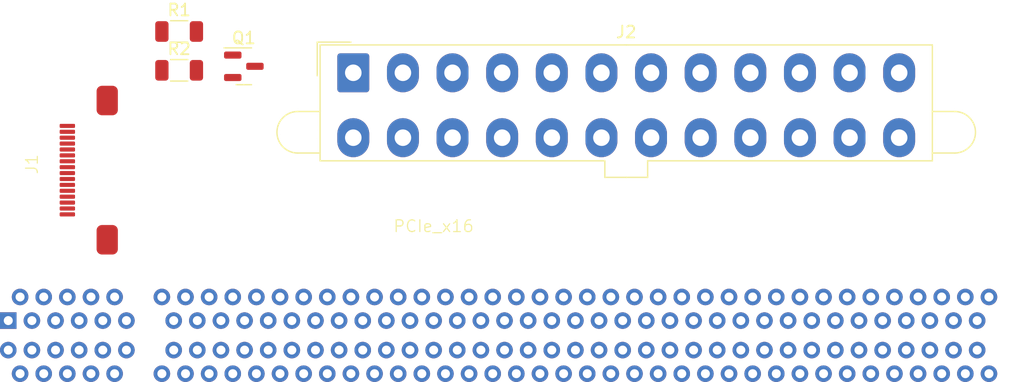
<source format=kicad_pcb>
(kicad_pcb (version 20221018) (generator pcbnew)
  (layers (0 "F.Cu" signal) (31 "B.Cu" signal) (34 "B.Paste" user) (35 "F.Paste" user) (36 "B.SilkS" user "B.Silkscreen") (37 "F.SilkS" user "F.Silkscreen") (38 "B.Mask" user) (39 "F.Mask" user) (44 "Edge.Cuts" user))
  (net 0 "")
  (net 3 "GND")
  (net 4 "Net-(J1-Pin_4)")
  (net 5 "Net-(J1-Pin_5)")
  (net 6 "Net-(J1-Pin_7)")
  (net 7 "Net-(J1-Pin_8)")
  (net 8 "Net-(J1-Pin_10)")
  (net 9 "Net-(J1-Pin_11)")
  (net 10 "Net-(J1-Pin_13)")
  (net 11 "Net-(J1-Pin_14)")
  (net 12 "Net-(J1-Pin_15)")
  (net 13 "+3.3V")
  (net 17 "+12V")
  (net 19 "Net-(J2-PS_ON#)")
  (net 21 "Net-(Q1-B)")
  (net 24 "Net-(J1-Pin_16)")
  (footprint "Connector_Molex:Molex_Mini-Fit_Jr_5566-24A2_2x12_P4.20mm_Vertical" (layer "F.Cu") (at 151.2 53.5)
    (fp_text reference "J2" (at 23.1 -3.45) (layer "F.SilkS"))
    (fp_text value "ATX-24")
    (fp_line (start -4.7 3.28) (end -2.81 3.28) (stroke (width 0.12)) (layer "F.SilkS"))
    (fp_line (start -4.7 6.8) (end -2.81 6.8) (stroke (width 0.12)) (layer "F.SilkS"))
    (fp_line (start -3.05 -2.6) (end -3.05 0.25) (stroke (width 0.12)) (layer "F.SilkS"))
    (fp_line (start -2.81 -2.36) (end -2.81 7.46) (stroke (width 0.12)) (layer "F.SilkS"))
    (fp_line (start -2.81 7.46) (end 21.29 7.46) (stroke (width 0.12)) (layer "F.SilkS"))
    (fp_line (start -0.2 -2.6) (end -3.05 -2.6) (stroke (width 0.12)) (layer "F.SilkS"))
    (fp_line (start 21.29 7.46) (end 21.29 8.86) (stroke (width 0.12)) (layer "F.SilkS"))
    (fp_line (start 21.29 8.86) (end 23.1 8.86) (stroke (width 0.12)) (layer "F.SilkS"))
    (fp_line (start 23.1 -2.36) (end -2.81 -2.36) (stroke (width 0.12)) (layer "F.SilkS"))
    (fp_line (start 23.1 -2.36) (end 49.01 -2.36) (stroke (width 0.12)) (layer "F.SilkS"))
    (fp_line (start 24.91 7.46) (end 24.91 8.86) (stroke (width 0.12)) (layer "F.SilkS"))
    (fp_line (start 24.91 8.86) (end 23.1 8.86) (stroke (width 0.12)) (layer "F.SilkS"))
    (fp_line (start 49.01 -2.36) (end 49.01 7.46) (stroke (width 0.12)) (layer "F.SilkS"))
    (fp_line (start 49.01 7.46) (end 24.91 7.46) (stroke (width 0.12)) (layer "F.SilkS"))
    (fp_line (start 50.9 3.28) (end 49.01 3.28) (stroke (width 0.12)) (layer "F.SilkS"))
    (fp_line (start 50.9 6.8) (end 49.01 6.8) (stroke (width 0.12)) (layer "F.SilkS"))
    (fp_arc (start -4.7 6.8) (mid -6.46 5.04) (end -4.7 3.28) (stroke (width 0.12)) (layer "F.SilkS"))
    (fp_arc (start 50.9 3.28) (mid 52.66 5.04) (end 50.9 6.8) (stroke (width 0.12)) (layer "F.SilkS"))
    (pad "" np_thru_hole circle (at -4.7 5.04) (size 3 3) (drill 3) (layers "*.Cu" "*.Mask"))
    (pad "" np_thru_hole circle (at 50.9 5.04) (size 3 3) (drill 3) (layers "*.Cu" "*.Mask"))
    (pad "1" thru_hole roundrect (at 0 0) (size 2.7 3.3) (drill 1.4) (layers "*.Cu" "*.Mask") (roundrect_rratio 0.092593) (net 13 "+3.3V"))
    (pad "2" thru_hole oval (at 4.2 0) (size 2.7 3.3) (drill 1.4) (layers "*.Cu" "*.Mask") (net 13 "+3.3V"))
    (pad "3" thru_hole oval (at 8.4 0) (size 2.7 3.3) (drill 1.4) (layers "*.Cu" "*.Mask") (net 3 "GND"))
    (pad "4" thru_hole oval (at 12.6 0) (size 2.7 3.3) (drill 1.4) (layers "*.Cu" "*.Mask"))
    (pad "5" thru_hole oval (at 16.8 0) (size 2.7 3.3) (drill 1.4) (layers "*.Cu" "*.Mask") (net 3 "GND"))
    (pad "6" thru_hole oval (at 21 0) (size 2.7 3.3) (drill 1.4) (layers "*.Cu" "*.Mask"))
    (pad "7" thru_hole oval (at 25.2 0) (size 2.7 3.3) (drill 1.4) (layers "*.Cu" "*.Mask") (net 3 "GND"))
    (pad "8" thru_hole oval (at 29.4 0) (size 2.7 3.3) (drill 1.4) (layers "*.Cu" "*.Mask"))
    (pad "9" thru_hole oval (at 33.6 0) (size 2.7 3.3) (drill 1.4) (layers "*.Cu" "*.Mask"))
    (pad "10" thru_hole oval (at 37.8 0) (size 2.7 3.3) (drill 1.4) (layers "*.Cu" "*.Mask") (net 17 "+12V"))
    (pad "11" thru_hole oval (at 42 0) (size 2.7 3.3) (drill 1.4) (layers "*.Cu" "*.Mask") (net 17 "+12V"))
    (pad "12" thru_hole oval (at 46.2 0) (size 2.7 3.3) (drill 1.4) (layers "*.Cu" "*.Mask") (net 13 "+3.3V"))
    (pad "13" thru_hole oval (at 0 5.5) (size 2.7 3.3) (drill 1.4) (layers "*.Cu" "*.Mask") (net 13 "+3.3V"))
    (pad "14" thru_hole oval (at 4.2 5.5) (size 2.7 3.3) (drill 1.4) (layers "*.Cu" "*.Mask"))
    (pad "15" thru_hole oval (at 8.4 5.5) (size 2.7 3.3) (drill 1.4) (layers "*.Cu" "*.Mask") (net 3 "GND"))
    (pad "16" thru_hole oval (at 12.6 5.5) (size 2.7 3.3) (drill 1.4) (layers "*.Cu" "*.Mask") (net 19 "Net-(J2-PS_ON#)"))
    (pad "17" thru_hole oval (at 16.8 5.5) (size 2.7 3.3) (drill 1.4) (layers "*.Cu" "*.Mask") (net 3 "GND"))
    (pad "18" thru_hole oval (at 21 5.5) (size 2.7 3.3) (drill 1.4) (layers "*.Cu" "*.Mask") (net 3 "GND"))
    (pad "19" thru_hole oval (at 25.2 5.5) (size 2.7 3.3) (drill 1.4) (layers "*.Cu" "*.Mask") (net 3 "GND"))
    (pad "20" thru_hole oval (at 29.4 5.5) (size 2.7 3.3) (drill 1.4) (layers "*.Cu" "*.Mask"))
    (pad "21" thru_hole oval (at 33.6 5.5) (size 2.7 3.3) (drill 1.4) (layers "*.Cu" "*.Mask"))
    (pad "22" thru_hole oval (at 37.8 5.5) (size 2.7 3.3) (drill 1.4) (layers "*.Cu" "*.Mask"))
    (pad "23" thru_hole oval (at 42 5.5) (size 2.7 3.3) (drill 1.4) (layers "*.Cu" "*.Mask"))
    (pad "24" thru_hole oval (at 46.2 5.5) (size 2.7 3.3) (drill 1.4) (layers "*.Cu" "*.Mask") (net 3 "GND"))
  )
  (footprint "Resistor_SMD:R_1206_3216Metric" (layer "F.Cu") (at 136.4625 50)
    (fp_text reference "R1" (at 0 -1.82) (layer "F.SilkS"))
    (fp_text value "4.7k")
    (fp_line (start -0.727064 -0.91) (end 0.727064 -0.91) (stroke (width 0.12)) (layer "F.SilkS"))
    (fp_line (start -0.727064 0.91) (end 0.727064 0.91) (stroke (width 0.12)) (layer "F.SilkS"))
    (pad "1" smd roundrect (at -1.4625 0) (size 1.125 1.75) (layers "F.Cu" "F.Paste" "F.Mask") (roundrect_rratio 0.222222) (net 10 "Net-(J1-Pin_13)"))
    (pad "2" smd roundrect (at 1.4625 0) (size 1.125 1.75) (layers "F.Cu" "F.Paste" "F.Mask") (roundrect_rratio 0.222222) (net 21 "Net-(Q1-B)"))
  )
  (footprint "Package_TO_SOT_SMD:SOT-23" (layer "F.Cu") (at 141.9375 52.95)
    (fp_text reference "Q1" (at 0 -2.4) (layer "F.SilkS"))
    (fp_text value "MMBT3904")
    (fp_line (start 0 -1.56) (end -1.675 -1.56) (stroke (width 0.12)) (layer "F.SilkS"))
    (fp_line (start 0 -1.56) (end 0.65 -1.56) (stroke (width 0.12)) (layer "F.SilkS"))
    (fp_line (start 0 1.56) (end -0.65 1.56) (stroke (width 0.12)) (layer "F.SilkS"))
    (fp_line (start 0 1.56) (end 0.65 1.56) (stroke (width 0.12)) (layer "F.SilkS"))
    (pad "1" smd roundrect (at -0.9375 -0.95) (size 1.475 0.6) (layers "F.Cu" "F.Paste" "F.Mask") (net 21 "Net-(Q1-B)"))
    (pad "2" smd roundrect (at -0.9375 0.95) (size 1.475 0.6) (layers "F.Cu" "F.Paste" "F.Mask") (net 3 "GND"))
    (pad "3" smd roundrect (at 0.9375 0) (size 1.475 0.6) (layers "F.Cu" "F.Paste" "F.Mask") (net 19 "Net-(J2-PS_ON#)"))
  )
  (footprint "Resistor_SMD:R_1206_3216Metric" (layer "F.Cu") (at 136.4625 53.29)
    (fp_text reference "R2" (at 0 -1.82) (layer "F.SilkS"))
    (fp_text value "2.2k")
    (fp_line (start -0.727064 -0.91) (end 0.727064 -0.91) (stroke (width 0.12)) (layer "F.SilkS"))
    (fp_line (start -0.727064 0.91) (end 0.727064 0.91) (stroke (width 0.12)) (layer "F.SilkS"))
    (pad "1" smd roundrect (at -1.4625 0) (size 1.125 1.75) (layers "F.Cu" "F.Paste" "F.Mask") (roundrect_rratio 0.222222) (net 13 "+3.3V"))
    (pad "2" smd roundrect (at 1.4625 0) (size 1.125 1.75) (layers "F.Cu" "F.Paste" "F.Mask") (roundrect_rratio 0.222222) (net 11 "Net-(J1-Pin_14)"))
  )
  (footprint "PCIe:PCIe x16" (layer "F.Cu") (at 122 75.75 90)
    (fp_text reference "PCIe_x16" (at 9.25 36 unlocked) (layer "F.SilkS") (effects (font (thickness 0.1))))
    (fp_text value "~")
    (pad "" np_thru_hole circle (at -0.1 11.65 90) (size 2.35 2.35) (drill 2.35) (layers "F&B.Cu" "*.Mask"))
    (pad "" np_thru_hole circle (at 0 84.8 90) (size 2.35 2.35) (drill 2.35) (layers "F&B.Cu" "*.Mask"))
    (pad "A1" thru_hole rect (at 1.25 0 90) (size 1.4 1.4) (drill 0.762) (layers "*.Cu" "*.Mask"))
    (pad "A2" thru_hole circle (at 3.25 1 90) (size 1.4 1.4) (drill 0.762) (layers "*.Cu" "*.Mask") (net 17 "+12V"))
    (pad "A3" thru_hole circle (at 1.25 2 90) (size 1.4 1.4) (drill 0.762) (layers "*.Cu" "*.Mask") (net 17 "+12V"))
    (pad "A4" thru_hole circle (at 3.25 3 90) (size 1.4 1.4) (drill 0.762) (layers "*.Cu" "*.Mask") (net 3 "GND"))
    (pad "A5" thru_hole circle (at 1.25 4 90) (size 1.4 1.4) (drill 0.762) (layers "*.Cu" "*.Mask") (net 13 "+3.3V"))
    (pad "A6" thru_hole circle (at 3.25 5 90) (size 1.4 1.4) (drill 0.762) (layers "*.Cu" "*.Mask") (net 13 "+3.3V"))
    (pad "A7" thru_hole circle (at 1.25 6 90) (size 1.4 1.4) (drill 0.762) (layers "*.Cu" "*.Mask"))
    (pad "A8" thru_hole circle (at 3.25 7 90) (size 1.4 1.4) (drill 0.762) (layers "*.Cu" "*.Mask") (net 13 "+3.3V"))
    (pad "A9" thru_hole circle (at 1.25 8 90) (size 1.4 1.4) (drill 0.762) (layers "*.Cu" "*.Mask") (net 13 "+3.3V"))
    (pad "A10" thru_hole circle (at 3.25 9 90) (size 1.4 1.4) (drill 0.762) (layers "*.Cu" "*.Mask") (net 13 "+3.3V"))
    (pad "A11" thru_hole circle (at 1.25 10 90) (size 1.4 1.4) (drill 0.762) (layers "*.Cu" "*.Mask") (net 24 "Net-(J1-Pin_16)"))
    (pad "A12" thru_hole circle (at 3.25 13 90) (size 1.4 1.4) (drill 0.762) (layers "*.Cu" "*.Mask"))
    (pad "A13" thru_hole circle (at 1.25 14 90) (size 1.4 1.4) (drill 0.762) (layers "*.Cu" "*.Mask") (net 4 "Net-(J1-Pin_4)"))
    (pad "A14" thru_hole circle (at 3.25 15 90) (size 1.4 1.4) (drill 0.762) (layers "*.Cu" "*.Mask") (net 5 "Net-(J1-Pin_5)"))
    (pad "A15" thru_hole circle (at 1.25 16 90) (size 1.4 1.4) (drill 0.762) (layers "*.Cu" "*.Mask") (net 3 "GND"))
    (pad "A16" thru_hole circle (at 3.25 17 90) (size 1.4 1.4) (drill 0.762) (layers "*.Cu" "*.Mask") (net 6 "Net-(J1-Pin_7)"))
    (pad "A17" thru_hole circle (at 1.25 18 90) (size 1.4 1.4) (drill 0.762) (layers "*.Cu" "*.Mask") (net 7 "Net-(J1-Pin_8)"))
    (pad "A18" thru_hole circle (at 3.25 19 90) (size 1.4 1.4) (drill 0.762) (layers "*.Cu" "*.Mask") (net 3 "GND"))
    (pad "A19" thru_hole circle (at 1.25 20 90) (size 1.4 1.4) (drill 0.762) (layers "*.Cu" "*.Mask"))
    (pad "A20" thru_hole circle (at 3.25 21 90) (size 1.4 1.4) (drill 0.762) (layers "*.Cu" "*.Mask") (net 3 "GND"))
    (pad "A21" thru_hole circle (at 1.25 22 90) (size 1.4 1.4) (drill 0.762) (layers "*.Cu" "*.Mask"))
    (pad "A22" thru_hole circle (at 3.25 23 90) (size 1.4 1.4) (drill 0.762) (layers "*.Cu" "*.Mask"))
    (pad "A23" thru_hole circle (at 1.25 24 90) (size 1.4 1.4) (drill 0.762) (layers "*.Cu" "*.Mask") (net 3 "GND"))
    (pad "A24" thru_hole circle (at 3.25 25 90) (size 1.4 1.4) (drill 0.762) (layers "*.Cu" "*.Mask") (net 3 "GND"))
    (pad "A25" thru_hole circle (at 1.25 26 90) (size 1.4 1.4) (drill 0.762) (layers "*.Cu" "*.Mask"))
    (pad "A26" thru_hole circle (at 3.25 27 90) (size 1.4 1.4) (drill 0.762) (layers "*.Cu" "*.Mask"))
    (pad "A27" thru_hole circle (at 1.25 28 90) (size 1.4 1.4) (drill 0.762) (layers "*.Cu" "*.Mask") (net 3 "GND"))
    (pad "A28" thru_hole circle (at 3.25 29 90) (size 1.4 1.4) (drill 0.762) (layers "*.Cu" "*.Mask") (net 3 "GND"))
    (pad "A29" thru_hole circle (at 1.25 30 90) (size 1.4 1.4) (drill 0.762) (layers "*.Cu" "*.Mask"))
    (pad "A30" thru_hole circle (at 3.25 31 90) (size 1.4 1.4) (drill 0.762) (layers "*.Cu" "*.Mask"))
    (pad "A31" thru_hole circle (at 1.25 32 90) (size 1.4 1.4) (drill 0.762) (layers "*.Cu" "*.Mask") (net 3 "GND"))
    (pad "A32" thru_hole circle (at 3.25 33 90) (size 1.4 1.4) (drill 0.762) (layers "*.Cu" "*.Mask"))
    (pad "A33" thru_hole circle (at 1.25 34 90) (size 1.4 1.4) (drill 0.762) (layers "*.Cu" "*.Mask"))
    (pad "A34" thru_hole circle (at 3.25 35 90) (size 1.4 1.4) (drill 0.762) (layers "*.Cu" "*.Mask") (net 3 "GND"))
    (pad "A35" thru_hole circle (at 1.25 36 90) (size 1.4 1.4) (drill 0.762) (layers "*.Cu" "*.Mask"))
    (pad "A36" thru_hole circle (at 3.25 37 90) (size 1.4 1.4) (drill 0.762) (layers "*.Cu" "*.Mask"))
    (pad "A37" thru_hole circle (at 1.25 38 90) (size 1.4 1.4) (drill 0.762) (layers "*.Cu" "*.Mask") (net 3 "GND"))
    (pad "A38" thru_hole circle (at 3.25 39 90) (size 1.4 1.4) (drill 0.762) (layers "*.Cu" "*.Mask") (net 3 "GND"))
    (pad "A39" thru_hole circle (at 1.25 40 90) (size 1.4 1.4) (drill 0.762) (layers "*.Cu" "*.Mask"))
    (pad "A40" thru_hole circle (at 3.25 41 90) (size 1.4 1.4) (drill 0.762) (layers "*.Cu" "*.Mask"))
    (pad "A41" thru_hole circle (at 1.25 42 90) (size 1.4 1.4) (drill 0.762) (layers "*.Cu" "*.Mask") (net 3 "GND"))
    (pad "A42" thru_hole circle (at 3.25 43 90) (size 1.4 1.4) (drill 0.762) (layers "*.Cu" "*.Mask") (net 3 "GND"))
    (pad "A43" thru_hole circle (at 1.25 44 90) (size 1.4 1.4) (drill 0.762) (layers "*.Cu" "*.Mask"))
    (pad "A44" thru_hole circle (at 3.25 45 90) (size 1.4 1.4) (drill 0.762) (layers "*.Cu" "*.Mask"))
    (pad "A45" thru_hole circle (at 1.25 46 90) (size 1.4 1.4) (drill 0.762) (layers "*.Cu" "*.Mask") (net 3 "GND"))
    (pad "A46" thru_hole circle (at 3.25 47 90) (size 1.4 1.4) (drill 0.762) (layers "*.Cu" "*.Mask") (net 3 "GND"))
    (pad "A47" thru_hole circle (at 1.25 48 90) (size 1.4 1.4) (drill 0.762) (layers "*.Cu" "*.Mask"))
    (pad "A48" thru_hole circle (at 3.25 49 90) (size 1.4 1.4) (drill 0.762) (layers "*.Cu" "*.Mask"))
    (pad "A49" thru_hole circle (at 1.25 50 90) (size 1.4 1.4) (drill 0.762) (layers "*.Cu" "*.Mask") (net 3 "GND"))
    (pad "A50" thru_hole circle (at 3.25 51 90) (size 1.4 1.4) (drill 0.762) (layers "*.Cu" "*.Mask"))
    (pad "A51" thru_hole circle (at 1.25 52 90) (size 1.4 1.4) (drill 0.762) (layers "*.Cu" "*.Mask") (net 3 "GND"))
    (pad "A52" thru_hole circle (at 3.25 53 90) (size 1.4 1.4) (drill 0.762) (layers "*.Cu" "*.Mask"))
    (pad "A53" thru_hole circle (at 1.25 54 90) (size 1.4 1.4) (drill 0.762) (layers "*.Cu" "*.Mask"))
    (pad "A54" thru_hole circle (at 3.25 55 90) (size 1.4 1.4) (drill 0.762) (layers "*.Cu" "*.Mask") (net 3 "GND"))
    (pad "A55" thru_hole circle (at 1.25 56 90) (size 1.4 1.4) (drill 0.762) (layers "*.Cu" "*.Mask") (net 3 "GND"))
    (pad "A56" thru_hole circle (at 3.25 57 90) (size 1.4 1.4) (drill 0.762) (layers "*.Cu" "*.Mask"))
    (pad "A57" thru_hole circle (at 1.25 58 90) (size 1.4 1.4) (drill 0.762) (layers "*.Cu" "*.Mask"))
    (pad "A58" thru_hole circle (at 3.25 59 90) (size 1.4 1.4) (drill 0.762) (layers "*.Cu" "*.Mask") (net 3 "GND"))
    (pad "A59" thru_hole circle (at 1.25 60 90) (size 1.4 1.4) (drill 0.762) (layers "*.Cu" "*.Mask") (net 3 "GND"))
    (pad "A60" thru_hole circle (at 3.25 61 90) (size 1.4 1.4) (drill 0.762) (layers "*.Cu" "*.Mask"))
    (pad "A61" thru_hole circle (at 1.25 62 90) (size 1.4 1.4) (drill 0.762) (layers "*.Cu" "*.Mask"))
    (pad "A62" thru_hole circle (at 3.25 63 90) (size 1.4 1.4) (drill 0.762) (layers "*.Cu" "*.Mask") (net 3 "GND"))
    (pad "A63" thru_hole circle (at 1.25 64 90) (size 1.4 1.4) (drill 0.762) (layers "*.Cu" "*.Mask") (net 3 "GND"))
    (pad "A64" thru_hole circle (at 3.25 65 90) (size 1.4 1.4) (drill 0.762) (layers "*.Cu" "*.Mask"))
    (pad "A65" thru_hole circle (at 1.25 66 90) (size 1.4 1.4) (drill 0.762) (layers "*.Cu" "*.Mask"))
    (pad "A66" thru_hole circle (at 3.25 67 90) (size 1.4 1.4) (drill 0.762) (layers "*.Cu" "*.Mask") (net 3 "GND"))
    (pad "A67" thru_hole circle (at 1.25 68 90) (size 1.4 1.4) (drill 0.762) (layers "*.Cu" "*.Mask") (net 3 "GND"))
    (pad "A68" thru_hole circle (at 3.25 69 90) (size 1.4 1.4) (drill 0.762) (layers "*.Cu" "*.Mask"))
    (pad "A69" thru_hole circle (at 1.25 70 90) (size 1.4 1.4) (drill 0.762) (layers "*.Cu" "*.Mask"))
    (pad "A70" thru_hole circle (at 3.25 71 90) (size 1.4 1.4) (drill 0.762) (layers "*.Cu" "*.Mask") (net 3 "GND"))
    (pad "A71" thru_hole circle (at 1.25 72 90) (size 1.4 1.4) (drill 0.762) (layers "*.Cu" "*.Mask") (net 3 "GND"))
    (pad "A72" thru_hole circle (at 3.25 73 90) (size 1.4 1.4) (drill 0.762) (layers "*.Cu" "*.Mask"))
    (pad "A73" thru_hole circle (at 1.25 74 90) (size 1.4 1.4) (drill 0.762) (layers "*.Cu" "*.Mask"))
    (pad "A74" thru_hole circle (at 3.25 75 90) (size 1.4 1.4) (drill 0.762) (layers "*.Cu" "*.Mask") (net 3 "GND"))
    (pad "A75" thru_hole circle (at 1.25 76 90) (size 1.4 1.4) (drill 0.762) (layers "*.Cu" "*.Mask") (net 3 "GND"))
    (pad "A76" thru_hole circle (at 3.25 77 90) (size 1.4 1.4) (drill 0.762) (layers "*.Cu" "*.Mask"))
    (pad "A77" thru_hole circle (at 1.25 78 90) (size 1.4 1.4) (drill 0.762) (layers "*.Cu" "*.Mask"))
    (pad "A78" thru_hole circle (at 3.25 79 90) (size 1.4 1.4) (drill 0.762) (layers "*.Cu" "*.Mask") (net 3 "GND"))
    (pad "A79" thru_hole circle (at 1.25 80 90) (size 1.4 1.4) (drill 0.762) (layers "*.Cu" "*.Mask") (net 3 "GND"))
    (pad "A80" thru_hole circle (at 3.25 81 90) (size 1.4 1.4) (drill 0.762) (layers "*.Cu" "*.Mask"))
    (pad "A81" thru_hole circle (at 1.25 82 90) (size 1.4 1.4) (drill 0.762) (layers "*.Cu" "*.Mask"))
    (pad "A82" thru_hole circle (at 3.25 83 90) (size 1.4 1.4) (drill 0.762) (layers "*.Cu" "*.Mask") (net 3 "GND"))
    (pad "B1" thru_hole circle (at -1.25 0 90) (size 1.4 1.4) (drill 0.762) (layers "*.Cu" "*.Mask") (net 17 "+12V"))
    (pad "B2" thru_hole circle (at -3.25 1 90) (size 1.4 1.4) (drill 0.762) (layers "*.Cu" "*.Mask") (net 17 "+12V"))
    (pad "B3" thru_hole circle (at -1.25 2 90) (size 1.4 1.4) (drill 0.762) (layers "*.Cu" "*.Mask") (net 17 "+12V"))
    (pad "B4" thru_hole circle (at -3.25 3 90) (size 1.4 1.4) (drill 0.762) (layers "*.Cu" "*.Mask") (net 3 "GND"))
    (pad "B5" thru_hole circle (at -1.25 4 90) (size 1.4 1.4) (drill 0.762) (layers "*.Cu" "*.Mask"))
    (pad "B6" thru_hole circle (at -3.25 5 90) (size 1.4 1.4) (drill 0.762) (layers "*.Cu" "*.Mask"))
    (pad "B7" thru_hole circle (at -1.25 6 90) (size 1.4 1.4) (drill 0.762) (layers "*.Cu" "*.Mask") (net 3 "GND"))
    (pad "B8" thru_hole circle (at -3.25 7 90) (size 1.4 1.4) (drill 0.762) (layers "*.Cu" "*.Mask") (net 13 "+3.3V"))
    (pad "B9" thru_hole circle (at -1.25 8 90) (size 1.4 1.4) (drill 0.762) (layers "*.Cu" "*.Mask") (net 13 "+3.3V"))
    (pad "B10" thru_hole circle (at -3.25 9 90) (size 1.4 1.4) (drill 0.762) (layers "*.Cu" "*.Mask") (net 13 "+3.3V"))
    (pad "B11" thru_hole circle (at -1.25 10 90) (size 1.4 1.4) (drill 0.762) (layers "*.Cu" "*.Mask"))
    (pad "B12" thru_hole circle (at -3.25 13 90) (size 1.4 1.4) (drill 0.762) (layers "*.Cu" "*.Mask") (net 12 "Net-(J1-Pin_15)"))
    (pad "B13" thru_hole circle (at -1.25 14 90) (size 1.4 1.4) (drill 0.762) (layers "*.Cu" "*.Mask") (net 3 "GND"))
    (pad "B14" thru_hole circle (at -3.25 15 90) (size 1.4 1.4) (drill 0.762) (layers "*.Cu" "*.Mask") (net 8 "Net-(J1-Pin_10)"))
    (pad "B15" thru_hole circle (at -1.25 16 90) (size 1.4 1.4) (drill 0.762) (layers "*.Cu" "*.Mask") (net 9 "Net-(J1-Pin_11)"))
    (pad "B16" thru_hole circle (at -3.25 17 90) (size 1.4 1.4) (drill 0.762) (layers "*.Cu" "*.Mask") (net 3 "GND"))
    (pad "B17" thru_hole circle (at -1.25 18 90) (size 1.4 1.4) (drill 0.762) (layers "*.Cu" "*.Mask"))
    (pad "B18" thru_hole circle (at -3.25 19 90) (size 1.4 1.4) (drill 0.762) (layers "*.Cu" "*.Mask") (net 3 "GND"))
    (pad "B19" thru_hole circle (at -1.25 20 90) (size 1.4 1.4) (drill 0.762) (layers "*.Cu" "*.Mask"))
    (pad "B20" thru_hole circle (at -3.25 21 90) (size 1.4 1.4) (drill 0.762) (layers "*.Cu" "*.Mask"))
    (pad "B21" thru_hole circle (at -1.25 22 90) (size 1.4 1.4) (drill 0.762) (layers "*.Cu" "*.Mask") (net 3 "GND"))
    (pad "B22" thru_hole circle (at -3.25 23 90) (size 1.4 1.4) (drill 0.762) (layers "*.Cu" "*.Mask") (net 3 "GND"))
    (pad "B23" thru_hole circle (at -1.25 24 90) (size 1.4 1.4) (drill 0.762) (layers "*.Cu" "*.Mask"))
    (pad "B24" thru_hole circle (at -3.25 25 90) (size 1.4 1.4) (drill 0.762) (layers "*.Cu" "*.Mask"))
    (pad "B25" thru_hole circle (at -1.25 26 90) (size 1.4 1.4) (drill 0.762) (layers "*.Cu" "*.Mask") (net 3 "GND"))
    (pad "B26" thru_hole circle (at -3.25 27 90) (size 1.4 1.4) (drill 0.762) (layers "*.Cu" "*.Mask") (net 3 "GND"))
    (pad "B27" thru_hole circle (at -1.25 28 90) (size 1.4 1.4) (drill 0.762) (layers "*.Cu" "*.Mask"))
    (pad "B28" thru_hole circle (at -3.25 29 90) (size 1.4 1.4) (drill 0.762) (layers "*.Cu" "*.Mask"))
    (pad "B29" thru_hole circle (at -1.25 30 90) (size 1.4 1.4) (drill 0.762) (layers "*.Cu" "*.Mask") (net 3 "GND"))
    (pad "B30" thru_hole circle (at -3.25 31 90) (size 1.4 1.4) (drill 0.762) (layers "*.Cu" "*.Mask"))
    (pad "B31" thru_hole circle (at -1.25 32 90) (size 1.4 1.4) (drill 0.762) (layers "*.Cu" "*.Mask"))
    (pad "B32" thru_hole circle (at -3.25 33 90) (size 1.4 1.4) (drill 0.762) (layers "*.Cu" "*.Mask") (net 3 "GND"))
    (pad "B33" thru_hole circle (at -1.25 34 90) (size 1.4 1.4) (drill 0.762) (layers "*.Cu" "*.Mask"))
    (pad "B34" thru_hole circle (at -3.25 35 90) (size 1.4 1.4) (drill 0.762) (layers "*.Cu" "*.Mask"))
    (pad "B35" thru_hole circle (at -1.25 36 90) (size 1.4 1.4) (drill 0.762) (layers "*.Cu" "*.Mask") (net 3 "GND"))
    (pad "B36" thru_hole circle (at -3.25 37 90) (size 1.4 1.4) (drill 0.762) (layers "*.Cu" "*.Mask") (net 3 "GND"))
    (pad "B37" thru_hole circle (at -1.25 38 90) (size 1.4 1.4) (drill 0.762) (layers "*.Cu" "*.Mask"))
    (pad "B38" thru_hole circle (at -3.25 39 90) (size 1.4 1.4) (drill 0.762) (layers "*.Cu" "*.Mask"))
    (pad "B39" thru_hole circle (at -1.25 40 90) (size 1.4 1.4) (drill 0.762) (layers "*.Cu" "*.Mask") (net 3 "GND"))
    (pad "B40" thru_hole circle (at -3.25 41 90) (size 1.4 1.4) (drill 0.762) (layers "*.Cu" "*.Mask") (net 3 "GND"))
    (pad "B41" thru_hole circle (at -1.25 42 90) (size 1.4 1.4) (drill 0.762) (layers "*.Cu" "*.Mask"))
    (pad "B42" thru_hole circle (at -3.25 43 90) (size 1.4 1.4) (drill 0.762) (layers "*.Cu" "*.Mask"))
    (pad "B43" thru_hole circle (at -1.25 44 90) (size 1.4 1.4) (drill 0.762) (layers "*.Cu" "*.Mask") (net 3 "GND"))
    (pad "B44" thru_hole circle (at -3.25 45 90) (size 1.4 1.4) (drill 0.762) (layers "*.Cu" "*.Mask") (net 3 "GND"))
    (pad "B45" thru_hole circle (at -1.25 46 90) (size 1.4 1.4) (drill 0.762) (layers "*.Cu" "*.Mask"))
    (pad "B46" thru_hole circle (at -3.25 47 90) (size 1.4 1.4) (drill 0.762) (layers "*.Cu" "*.Mask"))
    (pad "B47" thru_hole circle (at -1.25 48 90) (size 1.4 1.4) (drill 0.762) (layers "*.Cu" "*.Mask") (net 3 "GND"))
    (pad "B48" thru_hole circle (at -3.25 49 90) (size 1.4 1.4) (drill 0.762) (layers "*.Cu" "*.Mask"))
    (pad "B49" thru_hole circle (at -1.25 50 90) (size 1.4 1.4) (drill 0.762) (layers "*.Cu" "*.Mask") (net 3 "GND"))
    (pad "B50" thru_hole circle (at -3.25 51 90) (size 1.4 1.4) (drill 0.762) (layers "*.Cu" "*.Mask"))
    (pad "B51" thru_hole circle (at -1.25 52 90) (size 1.4 1.4) (drill 0.762) (layers "*.Cu" "*.Mask"))
    (pad "B52" thru_hole circle (at -3.25 53 90) (size 1.4 1.4) (drill 0.762) (layers "*.Cu" "*.Mask") (net 3 "GND"))
    (pad "B53" thru_hole circle (at -1.25 54 90) (size 1.4 1.4) (drill 0.762) (layers "*.Cu" "*.Mask") (net 3 "GND"))
    (pad "B54" thru_hole circle (at -3.25 55 90) (size 1.4 1.4) (drill 0.762) (layers "*.Cu" "*.Mask"))
    (pad "B55" thru_hole circle (at -1.25 56 90) (size 1.4 1.4) (drill 0.762) (layers "*.Cu" "*.Mask"))
    (pad "B56" thru_hole circle (at -3.25 57 90) (size 1.4 1.4) (drill 0.762) (layers "*.Cu" "*.Mask") (net 3 "GND"))
    (pad "B57" thru_hole circle (at -1.25 58 90) (size 1.4 1.4) (drill 0.762) (layers "*.Cu" "*.Mask") (net 3 "GND"))
    (pad "B58" thru_hole circle (at -3.25 59 90) (size 1.4 1.4) (drill 0.762) (layers "*.Cu" "*.Mask"))
    (pad "B59" thru_hole circle (at -1.25 60 90) (size 1.4 1.4) (drill 0.762) (layers "*.Cu" "*.Mask"))
    (pad "B60" thru_hole circle (at -3.25 61 90) (size 1.4 1.4) (drill 0.762) (layers "*.Cu" "*.Mask") (net 3 "GND"))
    (pad "B61" thru_hole circle (at -1.25 62 90) (size 1.4 1.4) (drill 0.762) (layers "*.Cu" "*.Mask") (net 3 "GND"))
    (pad "B62" thru_hole circle (at -3.25 63 90) (size 1.4 1.4) (drill 0.762) (layers "*.Cu" "*.Mask"))
    (pad "B63" thru_hole circle (at -1.25 64 90) (size 1.4 1.4) (drill 0.762) (layers "*.Cu" "*.Mask"))
    (pad "B64" thru_hole circle (at -3.25 65 90) (size 1.4 1.4) (drill 0.762) (layers "*.Cu" "*.Mask") (net 3 "GND"))
    (pad "B65" thru_hole circle (at -1.25 66 90) (size 1.4 1.4) (drill 0.762) (layers "*.Cu" "*.Mask") (net 3 "GND"))
    (pad "B66" thru_hole circle (at -3.25 67 90) (size 1.4 1.4) (drill 0.762) (layers "*.Cu" "*.Mask"))
    (pad "B67" thru_hole circle (at -1.25 68 90) (size 1.4 1.4) (drill 0.762) (layers "*.Cu" "*.Mask"))
    (pad "B68" thru_hole circle (at -3.25 69 90) (size 1.4 1.4) (drill 0.762) (layers "*.Cu" "*.Mask") (net 3 "GND"))
    (pad "B69" thru_hole circle (at -1.25 70 90) (size 1.4 1.4) (drill 0.762) (layers "*.Cu" "*.Mask") (net 3 "GND"))
    (pad "B70" thru_hole circle (at -3.25 71 90) (size 1.4 1.4) (drill 0.762) (layers "*.Cu" "*.Mask"))
    (pad "B71" thru_hole circle (at -1.25 72 90) (size 1.4 1.4) (drill 0.762) (layers "*.Cu" "*.Mask"))
    (pad "B72" thru_hole circle (at -3.25 73 90) (size 1.4 1.4) (drill 0.762) (layers "*.Cu" "*.Mask") (net 3 "GND"))
    (pad "B73" thru_hole circle (at -1.25 74 90) (size 1.4 1.4) (drill 0.762) (layers "*.Cu" "*.Mask") (net 3 "GND"))
    (pad "B74" thru_hole circle (at -3.25 75 90) (size 1.4 1.4) (drill 0.762) (layers "*.Cu" "*.Mask"))
    (pad "B75" thru_hole circle (at -1.25 76 90) (size 1.4 1.4) (drill 0.762) (layers "*.Cu" "*.Mask"))
    (pad "B76" thru_hole circle (at -3.25 77 90) (size 1.4 1.4) (drill 0.762) (layers "*.Cu" "*.Mask") (net 3 "GND"))
    (pad "B77" thru_hole circle (at -1.25 78 90) (size 1.4 1.4) (drill 0.762) (layers "*.Cu" "*.Mask") (net 3 "GND"))
    (pad "B78" thru_hole circle (at -3.25 79 90) (size 1.4 1.4) (drill 0.762) (layers "*.Cu" "*.Mask"))
    (pad "B79" thru_hole circle (at -1.25 80 90) (size 1.4 1.4) (drill 0.762) (layers "*.Cu" "*.Mask"))
    (pad "B80" thru_hole circle (at -3.25 81 90) (size 1.4 1.4) (drill 0.762) (layers "*.Cu" "*.Mask") (net 3 "GND"))
    (pad "B81" thru_hole circle (at -1.25 82 90) (size 1.4 1.4) (drill 0.762) (layers "*.Cu" "*.Mask"))
    (pad "B82" thru_hole circle (at -3.25 83 90) (size 1.4 1.4) (drill 0.762) (layers "*.Cu" "*.Mask"))
  )
  (footprint "MyConnectors:Cvilux_CF31161D0R0-05-NH" (layer "F.Cu") (at 127 61.75 90)
    (fp_text reference "J1" (at 0.5 -3 90 unlocked) (layer "F.SilkS") (effects (font (thickness 0.1))))
    (fp_text value "Conn_01x16")
    (pad "" smd roundrect (at -5.9 3.375 180) (size 1.8 2.5) (layers "F.Cu" "F.Paste" "F.Mask"))
    (pad "" smd roundrect (at 5.9 3.375 180) (size 1.8 2.5) (layers "F.Cu" "F.Paste" "F.Mask"))
    (pad "1" smd roundrect (at 3.75 0 180) (size 1.3 0.35) (layers "F.Cu" "F.Paste" "F.Mask"))
    (pad "2" smd roundrect (at 3.25 0 180) (size 1.3 0.35) (layers "F.Cu" "F.Paste" "F.Mask"))
    (pad "3" smd roundrect (at 2.75 0 180) (size 1.3 0.35) (layers "F.Cu" "F.Paste" "F.Mask") (net 3 "GND"))
    (pad "4" smd roundrect (at 2.25 0 180) (size 1.3 0.35) (layers "F.Cu" "F.Paste" "F.Mask") (net 4 "Net-(J1-Pin_4)"))
    (pad "5" smd roundrect (at 1.75 0 180) (size 1.3 0.35) (layers "F.Cu" "F.Paste" "F.Mask") (net 5 "Net-(J1-Pin_5)"))
    (pad "6" smd roundrect (at 1.25 0 180) (size 1.3 0.35) (layers "F.Cu" "F.Paste" "F.Mask") (net 3 "GND"))
    (pad "7" smd roundrect (at 0.75 0 180) (size 1.3 0.35) (layers "F.Cu" "F.Paste" "F.Mask") (net 6 "Net-(J1-Pin_7)"))
    (pad "8" smd roundrect (at 0.25 0 180) (size 1.3 0.35) (layers "F.Cu" "F.Paste" "F.Mask") (net 7 "Net-(J1-Pin_8)"))
    (pad "9" smd roundrect (at -0.25 0 180) (size 1.3 0.35) (layers "F.Cu" "F.Paste" "F.Mask") (net 3 "GND"))
    (pad "10" smd roundrect (at -0.75 0 180) (size 1.3 0.35) (layers "F.Cu" "F.Paste" "F.Mask") (net 8 "Net-(J1-Pin_10)"))
    (pad "11" smd roundrect (at -1.25 0 180) (size 1.3 0.35) (layers "F.Cu" "F.Paste" "F.Mask") (net 9 "Net-(J1-Pin_11)"))
    (pad "12" smd roundrect (at -1.75 0 180) (size 1.3 0.35) (layers "F.Cu" "F.Paste" "F.Mask") (net 3 "GND"))
    (pad "13" smd roundrect (at -2.25 0 180) (size 1.3 0.35) (layers "F.Cu" "F.Paste" "F.Mask") (net 10 "Net-(J1-Pin_13)"))
    (pad "14" smd roundrect (at -2.75 0 180) (size 1.3 0.35) (layers "F.Cu" "F.Paste" "F.Mask") (net 11 "Net-(J1-Pin_14)"))
    (pad "15" smd roundrect (at -3.25 0 180) (size 1.3 0.35) (layers "F.Cu" "F.Paste" "F.Mask") (net 12 "Net-(J1-Pin_15)"))
    (pad "16" smd roundrect (at -3.75 0 180) (size 1.3 0.35) (layers "F.Cu" "F.Paste" "F.Mask") (net 24 "Net-(J1-Pin_16)"))
  )
)
</source>
